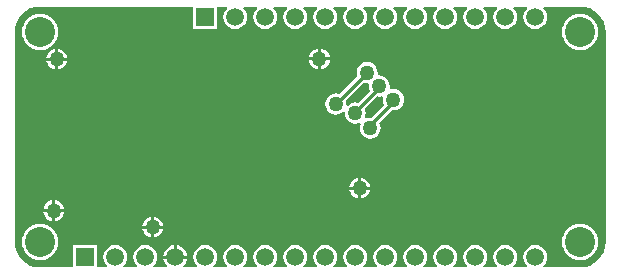
<source format=gbl>
G04*
G04 #@! TF.GenerationSoftware,Altium Limited,Altium Designer,20.1.14 (287)*
G04*
G04 Layer_Physical_Order=2*
G04 Layer_Color=16711680*
%FSLAX25Y25*%
%MOIN*%
G70*
G04*
G04 #@! TF.SameCoordinates,6A9D062D-DFAF-4A18-B4C3-A7C2119B1702*
G04*
G04*
G04 #@! TF.FilePolarity,Positive*
G04*
G01*
G75*
%ADD10C,0.01000*%
%ADD23C,0.05906*%
%ADD24R,0.05906X0.05906*%
%ADD25C,0.10000*%
%ADD26C,0.05000*%
G36*
X191656Y88328D02*
X193249Y87845D01*
X194717Y87060D01*
X196004Y86004D01*
X197060Y84717D01*
X197845Y83249D01*
X198328Y81656D01*
X198484Y80068D01*
X198471Y80000D01*
Y10000D01*
X198484Y9932D01*
X198328Y8343D01*
X197845Y6751D01*
X197060Y5283D01*
X196004Y3996D01*
X194717Y2940D01*
X193249Y2155D01*
X191656Y1672D01*
X190068Y1516D01*
X190000Y1529D01*
X177792D01*
X177622Y2029D01*
X177819Y2181D01*
X178453Y3007D01*
X178851Y3968D01*
X178987Y5000D01*
X178851Y6032D01*
X178453Y6993D01*
X177819Y7819D01*
X176993Y8453D01*
X176032Y8851D01*
X175000Y8987D01*
X173968Y8851D01*
X173007Y8453D01*
X172181Y7819D01*
X171547Y6993D01*
X171149Y6032D01*
X171013Y5000D01*
X171149Y3968D01*
X171547Y3007D01*
X172181Y2181D01*
X172378Y2029D01*
X172208Y1529D01*
X167791D01*
X167622Y2029D01*
X167819Y2181D01*
X168453Y3007D01*
X168851Y3968D01*
X168987Y5000D01*
X168851Y6032D01*
X168453Y6993D01*
X167819Y7819D01*
X166993Y8453D01*
X166032Y8851D01*
X165000Y8987D01*
X163968Y8851D01*
X163007Y8453D01*
X162181Y7819D01*
X161547Y6993D01*
X161149Y6032D01*
X161013Y5000D01*
X161149Y3968D01*
X161547Y3007D01*
X162181Y2181D01*
X162378Y2029D01*
X162208Y1529D01*
X157791D01*
X157622Y2029D01*
X157819Y2181D01*
X158453Y3007D01*
X158851Y3968D01*
X158987Y5000D01*
X158851Y6032D01*
X158453Y6993D01*
X157819Y7819D01*
X156993Y8453D01*
X156032Y8851D01*
X155000Y8987D01*
X153968Y8851D01*
X153007Y8453D01*
X152181Y7819D01*
X151547Y6993D01*
X151149Y6032D01*
X151013Y5000D01*
X151149Y3968D01*
X151547Y3007D01*
X152181Y2181D01*
X152378Y2029D01*
X152208Y1529D01*
X147792D01*
X147622Y2029D01*
X147819Y2181D01*
X148453Y3007D01*
X148851Y3968D01*
X148987Y5000D01*
X148851Y6032D01*
X148453Y6993D01*
X147819Y7819D01*
X146993Y8453D01*
X146032Y8851D01*
X145000Y8987D01*
X143968Y8851D01*
X143007Y8453D01*
X142181Y7819D01*
X141547Y6993D01*
X141149Y6032D01*
X141013Y5000D01*
X141149Y3968D01*
X141547Y3007D01*
X142181Y2181D01*
X142378Y2029D01*
X142209Y1529D01*
X137792D01*
X137622Y2029D01*
X137819Y2181D01*
X138453Y3007D01*
X138851Y3968D01*
X138987Y5000D01*
X138851Y6032D01*
X138453Y6993D01*
X137819Y7819D01*
X136993Y8453D01*
X136032Y8851D01*
X135000Y8987D01*
X133968Y8851D01*
X133007Y8453D01*
X132181Y7819D01*
X131547Y6993D01*
X131149Y6032D01*
X131013Y5000D01*
X131149Y3968D01*
X131547Y3007D01*
X132181Y2181D01*
X132378Y2029D01*
X132209Y1529D01*
X127792D01*
X127622Y2029D01*
X127819Y2181D01*
X128453Y3007D01*
X128851Y3968D01*
X128987Y5000D01*
X128851Y6032D01*
X128453Y6993D01*
X127819Y7819D01*
X126993Y8453D01*
X126032Y8851D01*
X125000Y8987D01*
X123968Y8851D01*
X123007Y8453D01*
X122181Y7819D01*
X121547Y6993D01*
X121149Y6032D01*
X121013Y5000D01*
X121149Y3968D01*
X121547Y3007D01*
X122181Y2181D01*
X122378Y2029D01*
X122208Y1529D01*
X117791D01*
X117622Y2029D01*
X117819Y2181D01*
X118453Y3007D01*
X118851Y3968D01*
X118987Y5000D01*
X118851Y6032D01*
X118453Y6993D01*
X117819Y7819D01*
X116993Y8453D01*
X116032Y8851D01*
X115000Y8987D01*
X113968Y8851D01*
X113007Y8453D01*
X112181Y7819D01*
X111547Y6993D01*
X111149Y6032D01*
X111013Y5000D01*
X111149Y3968D01*
X111547Y3007D01*
X112181Y2181D01*
X112378Y2029D01*
X112208Y1529D01*
X107791D01*
X107622Y2029D01*
X107819Y2181D01*
X108453Y3007D01*
X108851Y3968D01*
X108987Y5000D01*
X108851Y6032D01*
X108453Y6993D01*
X107819Y7819D01*
X106993Y8453D01*
X106032Y8851D01*
X105000Y8987D01*
X103968Y8851D01*
X103007Y8453D01*
X102181Y7819D01*
X101547Y6993D01*
X101149Y6032D01*
X101013Y5000D01*
X101149Y3968D01*
X101547Y3007D01*
X102181Y2181D01*
X102378Y2029D01*
X102208Y1529D01*
X97791D01*
X97622Y2029D01*
X97819Y2181D01*
X98453Y3007D01*
X98851Y3968D01*
X98987Y5000D01*
X98851Y6032D01*
X98453Y6993D01*
X97819Y7819D01*
X96993Y8453D01*
X96032Y8851D01*
X95000Y8987D01*
X93968Y8851D01*
X93007Y8453D01*
X92181Y7819D01*
X91547Y6993D01*
X91149Y6032D01*
X91013Y5000D01*
X91149Y3968D01*
X91547Y3007D01*
X92181Y2181D01*
X92378Y2029D01*
X92208Y1529D01*
X87792D01*
X87622Y2029D01*
X87819Y2181D01*
X88453Y3007D01*
X88851Y3968D01*
X88987Y5000D01*
X88851Y6032D01*
X88453Y6993D01*
X87819Y7819D01*
X86993Y8453D01*
X86032Y8851D01*
X85000Y8987D01*
X83968Y8851D01*
X83007Y8453D01*
X82181Y7819D01*
X81547Y6993D01*
X81149Y6032D01*
X81013Y5000D01*
X81149Y3968D01*
X81547Y3007D01*
X82181Y2181D01*
X82378Y2029D01*
X82209Y1529D01*
X77792D01*
X77622Y2029D01*
X77819Y2181D01*
X78453Y3007D01*
X78851Y3968D01*
X78987Y5000D01*
X78851Y6032D01*
X78453Y6993D01*
X77819Y7819D01*
X76993Y8453D01*
X76032Y8851D01*
X75000Y8987D01*
X73968Y8851D01*
X73007Y8453D01*
X72181Y7819D01*
X71547Y6993D01*
X71149Y6032D01*
X71013Y5000D01*
X71149Y3968D01*
X71547Y3007D01*
X72181Y2181D01*
X72378Y2029D01*
X72208Y1529D01*
X67791D01*
X67622Y2029D01*
X67819Y2181D01*
X68453Y3007D01*
X68851Y3968D01*
X68987Y5000D01*
X68851Y6032D01*
X68453Y6993D01*
X67819Y7819D01*
X66993Y8453D01*
X66032Y8851D01*
X65000Y8987D01*
X63968Y8851D01*
X63007Y8453D01*
X62181Y7819D01*
X61547Y6993D01*
X61149Y6032D01*
X61013Y5000D01*
X61149Y3968D01*
X61547Y3007D01*
X62181Y2181D01*
X62378Y2029D01*
X62208Y1529D01*
X57792D01*
X57622Y2029D01*
X57819Y2181D01*
X58453Y3007D01*
X58851Y3968D01*
X58921Y4500D01*
X51079D01*
X51149Y3968D01*
X51547Y3007D01*
X52181Y2181D01*
X52378Y2029D01*
X52209Y1529D01*
X47791D01*
X47622Y2029D01*
X47819Y2181D01*
X48453Y3007D01*
X48851Y3968D01*
X48987Y5000D01*
X48851Y6032D01*
X48453Y6993D01*
X47819Y7819D01*
X46993Y8453D01*
X46032Y8851D01*
X45000Y8987D01*
X43968Y8851D01*
X43007Y8453D01*
X42181Y7819D01*
X41547Y6993D01*
X41149Y6032D01*
X41013Y5000D01*
X41149Y3968D01*
X41547Y3007D01*
X42181Y2181D01*
X42378Y2029D01*
X42208Y1529D01*
X37791D01*
X37622Y2029D01*
X37819Y2181D01*
X38453Y3007D01*
X38851Y3968D01*
X38987Y5000D01*
X38851Y6032D01*
X38453Y6993D01*
X37819Y7819D01*
X36993Y8453D01*
X36032Y8851D01*
X35000Y8987D01*
X33968Y8851D01*
X33007Y8453D01*
X32181Y7819D01*
X31547Y6993D01*
X31149Y6032D01*
X31013Y5000D01*
X31149Y3968D01*
X31547Y3007D01*
X32181Y2181D01*
X32378Y2029D01*
X32208Y1529D01*
X28953D01*
Y8953D01*
X21047D01*
Y1529D01*
X10000D01*
X9932Y1516D01*
X8343Y1672D01*
X6751Y2155D01*
X5283Y2940D01*
X3996Y3996D01*
X2940Y5283D01*
X2155Y6751D01*
X1672Y8343D01*
X1516Y9932D01*
X1529Y10000D01*
Y80000D01*
X1516Y80068D01*
X1672Y81656D01*
X2155Y83249D01*
X2940Y84717D01*
X3996Y86004D01*
X5283Y87060D01*
X6751Y87845D01*
X8343Y88328D01*
X9932Y88484D01*
X10000Y88471D01*
X61047D01*
Y81047D01*
X68953D01*
Y88471D01*
X72208D01*
X72378Y87971D01*
X72181Y87819D01*
X71547Y86993D01*
X71149Y86032D01*
X71013Y85000D01*
X71149Y83968D01*
X71547Y83007D01*
X72181Y82181D01*
X73007Y81547D01*
X73968Y81149D01*
X75000Y81013D01*
X76032Y81149D01*
X76993Y81547D01*
X77819Y82181D01*
X78453Y83007D01*
X78851Y83968D01*
X78987Y85000D01*
X78851Y86032D01*
X78453Y86993D01*
X77819Y87819D01*
X77622Y87971D01*
X77792Y88471D01*
X82209D01*
X82378Y87971D01*
X82181Y87819D01*
X81547Y86993D01*
X81149Y86032D01*
X81013Y85000D01*
X81149Y83968D01*
X81547Y83007D01*
X82181Y82181D01*
X83007Y81547D01*
X83968Y81149D01*
X85000Y81013D01*
X86032Y81149D01*
X86993Y81547D01*
X87819Y82181D01*
X88453Y83007D01*
X88851Y83968D01*
X88987Y85000D01*
X88851Y86032D01*
X88453Y86993D01*
X87819Y87819D01*
X87622Y87971D01*
X87792Y88471D01*
X92208D01*
X92378Y87971D01*
X92181Y87819D01*
X91547Y86993D01*
X91149Y86032D01*
X91013Y85000D01*
X91149Y83968D01*
X91547Y83007D01*
X92181Y82181D01*
X93007Y81547D01*
X93968Y81149D01*
X95000Y81013D01*
X96032Y81149D01*
X96993Y81547D01*
X97819Y82181D01*
X98453Y83007D01*
X98851Y83968D01*
X98987Y85000D01*
X98851Y86032D01*
X98453Y86993D01*
X97819Y87819D01*
X97622Y87971D01*
X97791Y88471D01*
X102208D01*
X102378Y87971D01*
X102181Y87819D01*
X101547Y86993D01*
X101149Y86032D01*
X101013Y85000D01*
X101149Y83968D01*
X101547Y83007D01*
X102181Y82181D01*
X103007Y81547D01*
X103968Y81149D01*
X105000Y81013D01*
X106032Y81149D01*
X106993Y81547D01*
X107819Y82181D01*
X108453Y83007D01*
X108851Y83968D01*
X108987Y85000D01*
X108851Y86032D01*
X108453Y86993D01*
X107819Y87819D01*
X107622Y87971D01*
X107791Y88471D01*
X112208D01*
X112378Y87971D01*
X112181Y87819D01*
X111547Y86993D01*
X111149Y86032D01*
X111013Y85000D01*
X111149Y83968D01*
X111547Y83007D01*
X112181Y82181D01*
X113007Y81547D01*
X113968Y81149D01*
X115000Y81013D01*
X116032Y81149D01*
X116993Y81547D01*
X117819Y82181D01*
X118453Y83007D01*
X118851Y83968D01*
X118987Y85000D01*
X118851Y86032D01*
X118453Y86993D01*
X117819Y87819D01*
X117622Y87971D01*
X117791Y88471D01*
X122208D01*
X122378Y87971D01*
X122181Y87819D01*
X121547Y86993D01*
X121149Y86032D01*
X121013Y85000D01*
X121149Y83968D01*
X121547Y83007D01*
X122181Y82181D01*
X123007Y81547D01*
X123968Y81149D01*
X125000Y81013D01*
X126032Y81149D01*
X126993Y81547D01*
X127819Y82181D01*
X128453Y83007D01*
X128851Y83968D01*
X128987Y85000D01*
X128851Y86032D01*
X128453Y86993D01*
X127819Y87819D01*
X127622Y87971D01*
X127792Y88471D01*
X132209D01*
X132378Y87971D01*
X132181Y87819D01*
X131547Y86993D01*
X131149Y86032D01*
X131013Y85000D01*
X131149Y83968D01*
X131547Y83007D01*
X132181Y82181D01*
X133007Y81547D01*
X133968Y81149D01*
X135000Y81013D01*
X136032Y81149D01*
X136993Y81547D01*
X137819Y82181D01*
X138453Y83007D01*
X138851Y83968D01*
X138987Y85000D01*
X138851Y86032D01*
X138453Y86993D01*
X137819Y87819D01*
X137622Y87971D01*
X137792Y88471D01*
X142209D01*
X142378Y87971D01*
X142181Y87819D01*
X141547Y86993D01*
X141149Y86032D01*
X141013Y85000D01*
X141149Y83968D01*
X141547Y83007D01*
X142181Y82181D01*
X143007Y81547D01*
X143968Y81149D01*
X145000Y81013D01*
X146032Y81149D01*
X146993Y81547D01*
X147819Y82181D01*
X148453Y83007D01*
X148851Y83968D01*
X148987Y85000D01*
X148851Y86032D01*
X148453Y86993D01*
X147819Y87819D01*
X147622Y87971D01*
X147792Y88471D01*
X152208D01*
X152378Y87971D01*
X152181Y87819D01*
X151547Y86993D01*
X151149Y86032D01*
X151013Y85000D01*
X151149Y83968D01*
X151547Y83007D01*
X152181Y82181D01*
X153007Y81547D01*
X153968Y81149D01*
X155000Y81013D01*
X156032Y81149D01*
X156993Y81547D01*
X157819Y82181D01*
X158453Y83007D01*
X158851Y83968D01*
X158987Y85000D01*
X158851Y86032D01*
X158453Y86993D01*
X157819Y87819D01*
X157622Y87971D01*
X157791Y88471D01*
X162208D01*
X162378Y87971D01*
X162181Y87819D01*
X161547Y86993D01*
X161149Y86032D01*
X161013Y85000D01*
X161149Y83968D01*
X161547Y83007D01*
X162181Y82181D01*
X163007Y81547D01*
X163968Y81149D01*
X165000Y81013D01*
X166032Y81149D01*
X166993Y81547D01*
X167819Y82181D01*
X168453Y83007D01*
X168851Y83968D01*
X168987Y85000D01*
X168851Y86032D01*
X168453Y86993D01*
X167819Y87819D01*
X167622Y87971D01*
X167791Y88471D01*
X172208D01*
X172378Y87971D01*
X172181Y87819D01*
X171547Y86993D01*
X171149Y86032D01*
X171013Y85000D01*
X171149Y83968D01*
X171547Y83007D01*
X172181Y82181D01*
X173007Y81547D01*
X173968Y81149D01*
X175000Y81013D01*
X176032Y81149D01*
X176993Y81547D01*
X177819Y82181D01*
X178453Y83007D01*
X178851Y83968D01*
X178987Y85000D01*
X178851Y86032D01*
X178453Y86993D01*
X177819Y87819D01*
X177622Y87971D01*
X177792Y88471D01*
X190000D01*
X190068Y88484D01*
X191656Y88328D01*
D02*
G37*
%LPC*%
G36*
X190000Y86029D02*
X188824Y85913D01*
X187693Y85570D01*
X186651Y85013D01*
X185737Y84263D01*
X184987Y83350D01*
X184430Y82307D01*
X184087Y81176D01*
X183971Y80000D01*
X184087Y78824D01*
X184430Y77693D01*
X184987Y76651D01*
X185737Y75737D01*
X186651Y74987D01*
X187693Y74430D01*
X188824Y74087D01*
X190000Y73971D01*
X191176Y74087D01*
X192307Y74430D01*
X193350Y74987D01*
X194263Y75737D01*
X195013Y76651D01*
X195570Y77693D01*
X195913Y78824D01*
X196029Y80000D01*
X195913Y81176D01*
X195570Y82307D01*
X195013Y83350D01*
X194263Y84263D01*
X193350Y85013D01*
X192307Y85570D01*
X191176Y85913D01*
X190000Y86029D01*
D02*
G37*
G36*
X10000D02*
X8824Y85913D01*
X7693Y85570D01*
X6650Y85013D01*
X5737Y84263D01*
X4987Y83350D01*
X4430Y82307D01*
X4087Y81176D01*
X3971Y80000D01*
X4087Y78824D01*
X4430Y77693D01*
X4987Y76651D01*
X5737Y75737D01*
X6650Y74987D01*
X7693Y74430D01*
X8824Y74087D01*
X10000Y73971D01*
X11176Y74087D01*
X12307Y74430D01*
X13350Y74987D01*
X14263Y75737D01*
X15013Y76651D01*
X15570Y77693D01*
X15913Y78824D01*
X16029Y80000D01*
X15913Y81176D01*
X15570Y82307D01*
X15013Y83350D01*
X14263Y84263D01*
X13350Y85013D01*
X12307Y85570D01*
X11176Y85913D01*
X10000Y86029D01*
D02*
G37*
G36*
X103559Y74523D02*
Y71559D01*
X106523D01*
X106469Y71973D01*
X106116Y72824D01*
X105555Y73555D01*
X104824Y74116D01*
X103973Y74469D01*
X103559Y74523D01*
D02*
G37*
G36*
X102559D02*
X102145Y74469D01*
X101294Y74116D01*
X100563Y73555D01*
X100002Y72824D01*
X99649Y71973D01*
X99595Y71559D01*
X102559D01*
Y74523D01*
D02*
G37*
G36*
X16000Y74464D02*
Y71500D01*
X18964D01*
X18910Y71914D01*
X18557Y72765D01*
X17996Y73496D01*
X17265Y74057D01*
X16414Y74410D01*
X16000Y74464D01*
D02*
G37*
G36*
X15000D02*
X14586Y74410D01*
X13735Y74057D01*
X13004Y73496D01*
X12443Y72765D01*
X12090Y71914D01*
X12036Y71500D01*
X15000D01*
Y74464D01*
D02*
G37*
G36*
X106523Y70559D02*
X103559D01*
Y67595D01*
X103973Y67649D01*
X104824Y68002D01*
X105555Y68563D01*
X106116Y69294D01*
X106469Y70145D01*
X106523Y70559D01*
D02*
G37*
G36*
X102559D02*
X99595D01*
X99649Y70145D01*
X100002Y69294D01*
X100563Y68563D01*
X101294Y68002D01*
X102145Y67649D01*
X102559Y67595D01*
Y70559D01*
D02*
G37*
G36*
X18964Y70500D02*
X16000D01*
Y67536D01*
X16414Y67590D01*
X17265Y67943D01*
X17996Y68504D01*
X18557Y69235D01*
X18910Y70086D01*
X18964Y70500D01*
D02*
G37*
G36*
X15000D02*
X12036D01*
X12090Y70086D01*
X12443Y69235D01*
X13004Y68504D01*
X13735Y67943D01*
X14586Y67590D01*
X15000Y67536D01*
Y70500D01*
D02*
G37*
G36*
X119000Y70030D02*
X118086Y69910D01*
X117235Y69557D01*
X116504Y68996D01*
X115943Y68265D01*
X115590Y67414D01*
X115470Y66500D01*
X115590Y65586D01*
X115688Y65351D01*
X109649Y59312D01*
X109414Y59410D01*
X108500Y59530D01*
X107586Y59410D01*
X106735Y59057D01*
X106004Y58496D01*
X105443Y57765D01*
X105090Y56914D01*
X104970Y56000D01*
X105090Y55086D01*
X105443Y54235D01*
X106004Y53504D01*
X106735Y52943D01*
X107586Y52590D01*
X108500Y52470D01*
X109414Y52590D01*
X110265Y52943D01*
X110996Y53504D01*
X111039Y53560D01*
X111517Y53362D01*
X111470Y53000D01*
X111590Y52086D01*
X111943Y51235D01*
X112504Y50504D01*
X113235Y49943D01*
X114086Y49590D01*
X115000Y49470D01*
X115914Y49590D01*
X116415Y49798D01*
X116798Y49415D01*
X116590Y48914D01*
X116470Y48000D01*
X116590Y47086D01*
X116943Y46235D01*
X117504Y45504D01*
X118235Y44943D01*
X119086Y44590D01*
X120000Y44470D01*
X120914Y44590D01*
X121765Y44943D01*
X122496Y45504D01*
X123057Y46235D01*
X123410Y47086D01*
X123530Y48000D01*
X123410Y48914D01*
X123057Y49765D01*
X123001Y49838D01*
X127205Y54042D01*
X127750Y53970D01*
X128664Y54090D01*
X129515Y54443D01*
X130246Y55004D01*
X130807Y55735D01*
X131160Y56586D01*
X131280Y57500D01*
X131160Y58414D01*
X130807Y59265D01*
X130246Y59996D01*
X129515Y60557D01*
X128664Y60910D01*
X127750Y61030D01*
X126872Y60915D01*
X126805Y60940D01*
X126436Y61285D01*
X126530Y62000D01*
X126410Y62914D01*
X126057Y63765D01*
X125496Y64496D01*
X124765Y65057D01*
X123914Y65410D01*
X123000Y65530D01*
X122904Y65517D01*
X122459Y65963D01*
X122530Y66500D01*
X122410Y67414D01*
X122057Y68265D01*
X121496Y68996D01*
X120765Y69557D01*
X119914Y69910D01*
X119000Y70030D01*
D02*
G37*
G36*
X117000Y31464D02*
Y28500D01*
X119964D01*
X119910Y28914D01*
X119557Y29765D01*
X118996Y30496D01*
X118265Y31057D01*
X117414Y31410D01*
X117000Y31464D01*
D02*
G37*
G36*
X116000D02*
X115586Y31410D01*
X114735Y31057D01*
X114004Y30496D01*
X113443Y29765D01*
X113090Y28914D01*
X113036Y28500D01*
X116000D01*
Y31464D01*
D02*
G37*
G36*
X119964Y27500D02*
X117000D01*
Y24536D01*
X117414Y24590D01*
X118265Y24943D01*
X118996Y25504D01*
X119557Y26235D01*
X119910Y27086D01*
X119964Y27500D01*
D02*
G37*
G36*
X116000D02*
X113036D01*
X113090Y27086D01*
X113443Y26235D01*
X114004Y25504D01*
X114735Y24943D01*
X115586Y24590D01*
X116000Y24536D01*
Y27500D01*
D02*
G37*
G36*
X15000Y23964D02*
Y21000D01*
X17964D01*
X17910Y21414D01*
X17557Y22265D01*
X16996Y22996D01*
X16265Y23557D01*
X15414Y23910D01*
X15000Y23964D01*
D02*
G37*
G36*
X14000D02*
X13586Y23910D01*
X12735Y23557D01*
X12004Y22996D01*
X11443Y22265D01*
X11090Y21414D01*
X11036Y21000D01*
X14000D01*
Y23964D01*
D02*
G37*
G36*
X17964Y20000D02*
X15000D01*
Y17036D01*
X15414Y17090D01*
X16265Y17443D01*
X16996Y18004D01*
X17557Y18735D01*
X17910Y19586D01*
X17964Y20000D01*
D02*
G37*
G36*
X14000D02*
X11036D01*
X11090Y19586D01*
X11443Y18735D01*
X12004Y18004D01*
X12735Y17443D01*
X13586Y17090D01*
X14000Y17036D01*
Y20000D01*
D02*
G37*
G36*
X48000Y18464D02*
Y15500D01*
X50964D01*
X50910Y15914D01*
X50557Y16765D01*
X49996Y17496D01*
X49265Y18057D01*
X48414Y18410D01*
X48000Y18464D01*
D02*
G37*
G36*
X47000D02*
X46586Y18410D01*
X45735Y18057D01*
X45004Y17496D01*
X44443Y16765D01*
X44090Y15914D01*
X44036Y15500D01*
X47000D01*
Y18464D01*
D02*
G37*
G36*
X50964Y14500D02*
X48000D01*
Y11536D01*
X48414Y11590D01*
X49265Y11943D01*
X49996Y12504D01*
X50557Y13235D01*
X50910Y14086D01*
X50964Y14500D01*
D02*
G37*
G36*
X47000D02*
X44036D01*
X44090Y14086D01*
X44443Y13235D01*
X45004Y12504D01*
X45735Y11943D01*
X46586Y11590D01*
X47000Y11536D01*
Y14500D01*
D02*
G37*
G36*
X55500Y8921D02*
Y5500D01*
X58921D01*
X58851Y6032D01*
X58453Y6993D01*
X57819Y7819D01*
X56993Y8453D01*
X56032Y8851D01*
X55500Y8921D01*
D02*
G37*
G36*
X54500D02*
X53968Y8851D01*
X53007Y8453D01*
X52181Y7819D01*
X51547Y6993D01*
X51149Y6032D01*
X51079Y5500D01*
X54500D01*
Y8921D01*
D02*
G37*
G36*
X190000Y16029D02*
X188824Y15913D01*
X187693Y15570D01*
X186651Y15013D01*
X185737Y14263D01*
X184987Y13350D01*
X184430Y12307D01*
X184087Y11176D01*
X183971Y10000D01*
X184087Y8824D01*
X184430Y7693D01*
X184987Y6650D01*
X185737Y5737D01*
X186651Y4987D01*
X187693Y4430D01*
X188824Y4087D01*
X190000Y3971D01*
X191176Y4087D01*
X192307Y4430D01*
X193350Y4987D01*
X194263Y5737D01*
X195013Y6650D01*
X195570Y7693D01*
X195913Y8824D01*
X196029Y10000D01*
X195913Y11176D01*
X195570Y12307D01*
X195013Y13350D01*
X194263Y14263D01*
X193350Y15013D01*
X192307Y15570D01*
X191176Y15913D01*
X190000Y16029D01*
D02*
G37*
G36*
X10000D02*
X8824Y15913D01*
X7693Y15570D01*
X6650Y15013D01*
X5737Y14263D01*
X4987Y13350D01*
X4430Y12307D01*
X4087Y11176D01*
X3971Y10000D01*
X4087Y8824D01*
X4430Y7693D01*
X4987Y6650D01*
X5737Y5737D01*
X6650Y4987D01*
X7693Y4430D01*
X8824Y4087D01*
X10000Y3971D01*
X11176Y4087D01*
X12307Y4430D01*
X13350Y4987D01*
X14263Y5737D01*
X15013Y6650D01*
X15570Y7693D01*
X15913Y8824D01*
X16029Y10000D01*
X15913Y11176D01*
X15570Y12307D01*
X15013Y13350D01*
X14263Y14263D01*
X13350Y15013D01*
X12307Y15570D01*
X11176Y15913D01*
X10000Y16029D01*
D02*
G37*
%LPD*%
G36*
X123945Y58561D02*
X124314Y58215D01*
X124220Y57500D01*
X124340Y56586D01*
X124657Y55820D01*
X120325Y51487D01*
X120000Y51530D01*
X119086Y51410D01*
X118585Y51202D01*
X118202Y51585D01*
X118410Y52086D01*
X118530Y53000D01*
X118410Y53914D01*
X118205Y54408D01*
X122352Y58555D01*
X123000Y58470D01*
X123878Y58585D01*
X123945Y58561D01*
D02*
G37*
G36*
X118086Y63090D02*
X119000Y62970D01*
X119096Y62982D01*
X119541Y62537D01*
X119470Y62000D01*
X119590Y61086D01*
X119873Y60402D01*
X115885Y56414D01*
X115000Y56530D01*
X114086Y56410D01*
X113235Y56057D01*
X112504Y55496D01*
X112461Y55440D01*
X111983Y55638D01*
X112030Y56000D01*
X111910Y56914D01*
X111812Y57149D01*
X117851Y63188D01*
X118086Y63090D01*
D02*
G37*
D10*
X120000Y49000D02*
X127750Y56750D01*
Y57500D01*
X115634Y54000D02*
X123000Y61366D01*
Y62000D01*
X108500Y56000D02*
X119000Y66500D01*
X120000Y48000D02*
Y49000D01*
X115000Y53366D02*
X115634Y54000D01*
X115000Y53000D02*
Y53366D01*
D23*
X75000Y85000D02*
D03*
X85000D02*
D03*
X95000D02*
D03*
X105000D02*
D03*
X115000D02*
D03*
X125000D02*
D03*
X135000D02*
D03*
X145000D02*
D03*
X155000D02*
D03*
X165000D02*
D03*
X175000D02*
D03*
X35000Y5000D02*
D03*
X45000D02*
D03*
X55000D02*
D03*
X65000D02*
D03*
X75000D02*
D03*
X85000D02*
D03*
X95000D02*
D03*
X105000D02*
D03*
X115000D02*
D03*
X125000D02*
D03*
X135000D02*
D03*
X145000D02*
D03*
X155000D02*
D03*
X165000D02*
D03*
X175000D02*
D03*
D24*
X65000Y85000D02*
D03*
X25000Y5000D02*
D03*
D25*
X190000Y10000D02*
D03*
Y80000D02*
D03*
X10000D02*
D03*
Y10000D02*
D03*
D26*
X127750Y57500D02*
D03*
X123000Y62000D02*
D03*
X119000Y66500D02*
D03*
X108500Y56000D02*
D03*
X115000Y53000D02*
D03*
X120000Y48000D02*
D03*
X47500Y15000D02*
D03*
X103059Y71059D02*
D03*
X14500Y20500D02*
D03*
X15500Y71000D02*
D03*
X116500Y28000D02*
D03*
M02*

</source>
